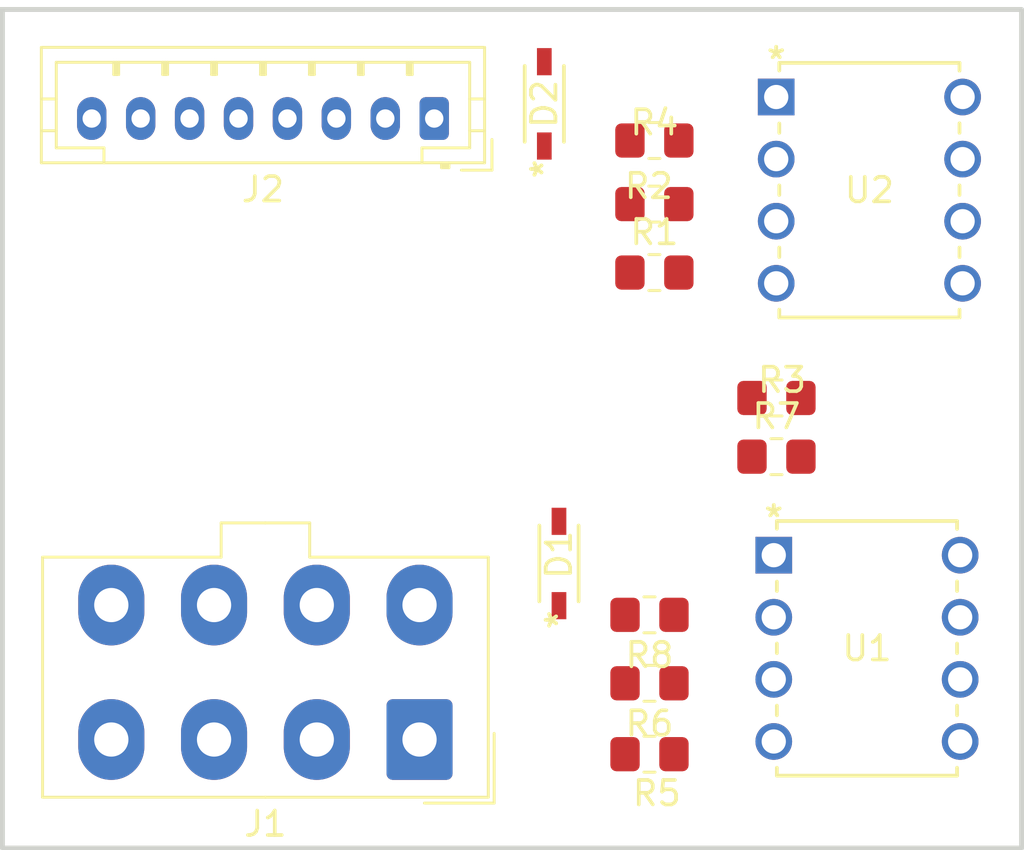
<source format=kicad_pcb>
(kicad_pcb (version 20221018) (generator pcbnew)
  (layers (0 "F.Cu" signal) (31 "B.Cu" signal) (34 "B.Paste" user) (35 "F.Paste" user) (36 "B.SilkS" user "B.Silkscreen") (37 "F.SilkS" user "F.Silkscreen") (38 "B.Mask" user) (39 "F.Mask" user) (44 "Edge.Cuts" user))
  (net 0 "")
  (net 1 "/RMB29_COSOUT")
  (net 3 "/RMB29_SINOUT")
  (net 5 "/RMB29_SIN")
  (net 6 "/RMB29_SIN_DCSCALED")
  (net 7 "GND")
  (net 8 "Net-(U2A--)")
  (net 9 "/RMB29_COS")
  (net 10 "Net-(U1A--)")
  (net 11 "+5V")
  (net 13 "/TEMP1")
  (net 14 "/TEMP2")
  (net 16 "/RMB29_COS_DCSCALED")
  (net 17 "/V+")
  (footprint "MMSZener (3.3V):SOD123_DIO" (layer "F.Cu") (at 116.4 76.9 90)
    (fp_text reference "D1" (at 0.356 0 90 unlocked) (layer "F.SilkS"))
    (fp_text value "D_Zener")
    (fp_text user "*" (at -2.3056 0 90 unlocked) (layer "F.SilkS"))
    (fp_text user "*" (at -2.3056 0 90) (layer "F.SilkS"))
    (fp_line (start -1.552 0.802) (end 1.552 0.802) (stroke (width 0.1524)) (layer "F.SilkS"))
    (fp_line (start 1.552 -0.802) (end -1.552 -0.802) (stroke (width 0.1524)) (layer "F.SilkS"))
    (pad "1" smd rect (at -1.725 0 90) (size 1.1112 0.6008) (layers "F.Cu" "F.Paste" "F.Mask") (net 1 "/RMB29_COSOUT"))
    (pad "2" smd rect (at 1.725 0 90) (size 1.1112 0.6008) (layers "F.Cu" "F.Paste" "F.Mask"))
  )
  (footprint "Resistor_SMD:R_0805_2012Metric_Pad1.20x1.40mm_HandSolder" (layer "F.Cu") (at 120.1 81.8 180)
    (fp_text reference "R6" (at 0 -1.65) (layer "F.SilkS"))
    (fp_text value "10K")
    (fp_line (start -0.227064 -0.735) (end 0.227064 -0.735) (stroke (width 0.12)) (layer "F.SilkS"))
    (fp_line (start -0.227064 0.735) (end 0.227064 0.735) (stroke (width 0.12)) (layer "F.SilkS"))
    (pad "1" smd roundrect (at -1 0 180) (size 1.2 1.4) (layers "F.Cu" "F.Paste" "F.Mask") (roundrect_rratio 0.208333) (net 16 "/RMB29_COS_DCSCALED"))
    (pad "2" smd roundrect (at 1 0 180) (size 1.2 1.4) (layers "F.Cu" "F.Paste" "F.Mask") (roundrect_rratio 0.208333) (net 7 "GND"))
  )
  (footprint "Resistor_SMD:R_0805_2012Metric_Pad1.20x1.40mm_HandSolder" (layer "F.Cu") (at 120.3 59.6 180)
    (fp_text reference "R4" (at 0 0.735) (layer "F.SilkS"))
    (fp_text value "5.1K")
    (fp_line (start -0.227064 -0.735) (end 0.227064 -0.735) (stroke (width 0.12)) (layer "F.SilkS"))
    (fp_line (start -0.227064 0.735) (end 0.227064 0.735) (stroke (width 0.12)) (layer "F.SilkS"))
    (pad "1" smd roundrect (at -1 0 180) (size 1.2 1.4) (layers "F.Cu" "F.Paste" "F.Mask") (roundrect_rratio 0.208333) (net 8 "Net-(U2A--)"))
    (pad "2" smd roundrect (at 1 0 180) (size 1.2 1.4) (layers "F.Cu" "F.Paste" "F.Mask") (roundrect_rratio 0.208333) (net 3 "/RMB29_SINOUT"))
  )
  (footprint "Resistor_SMD:R_0805_2012Metric_Pad1.20x1.40mm_HandSolder" (layer "F.Cu") (at 120.1 84.7)
    (fp_text reference "R5" (at 0.3 1.6) (layer "F.SilkS"))
    (fp_text value "1.1K")
    (fp_line (start -0.227064 -0.735) (end 0.227064 -0.735) (stroke (width 0.12)) (layer "F.SilkS"))
    (fp_line (start -0.227064 0.735) (end 0.227064 0.735) (stroke (width 0.12)) (layer "F.SilkS"))
    (pad "1" smd roundrect (at -1 0) (size 1.2 1.4) (layers "F.Cu" "F.Paste" "F.Mask") (roundrect_rratio 0.208333) (net 9 "/RMB29_COS"))
    (pad "2" smd roundrect (at 1 0) (size 1.2 1.4) (layers "F.Cu" "F.Paste" "F.Mask") (roundrect_rratio 0.208333) (net 16 "/RMB29_COS_DCSCALED"))
  )
  (footprint "MCP6002:PDIP8_300MC_MCH" (layer "F.Cu") (at 125.18 76.56)
    (fp_text reference "U1" (at 3.81 3.81 unlocked) (layer "F.SilkS"))
    (fp_text value "MCP602")
    (fp_text user "*" (at 0 -1.5113) (layer "F.SilkS"))
    (fp_text user "*" (at 0 -1.5113 unlocked) (layer "F.SilkS"))
    (fp_line (start 0.127 -1.397) (end 0.127 -1.08204) (stroke (width 0.1524)) (layer "F.SilkS"))
    (fp_line (start 0.127 1.08204) (end 0.127 1.465439) (stroke (width 0.1524)) (layer "F.SilkS"))
    (fp_line (start 0.127 3.614561) (end 0.127 4.005439) (stroke (width 0.1524)) (layer "F.SilkS"))
    (fp_line (start 0.127 6.154561) (end 0.127 6.545439) (stroke (width 0.1524)) (layer "F.SilkS"))
    (fp_line (start 0.127 8.694561) (end 0.127 9.017) (stroke (width 0.1524)) (layer "F.SilkS"))
    (fp_line (start 0.127 9.017) (end 7.493 9.017) (stroke (width 0.1524)) (layer "F.SilkS"))
    (fp_line (start 7.493 -1.397) (end 0.127 -1.397) (stroke (width 0.1524)) (layer "F.SilkS"))
    (fp_line (start 7.493 -1.074561) (end 7.493 -1.397) (stroke (width 0.1524)) (layer "F.SilkS"))
    (fp_line (start 7.493 1.465439) (end 7.493 1.074561) (stroke (width 0.1524)) (layer "F.SilkS"))
    (fp_line (start 7.493 4.005439) (end 7.493 3.614561) (stroke (width 0.1524)) (layer "F.SilkS"))
    (fp_line (start 7.493 6.545439) (end 7.493 6.154561) (stroke (width 0.1524)) (layer "F.SilkS"))
    (fp_line (start 7.493 9.017) (end 7.493 8.694561) (stroke (width 0.1524)) (layer "F.SilkS"))
    (pad "1" thru_hole rect (at 0 0) (size 1.4986 1.4986) (drill 0.9906) (layers "*.Cu" "*.Mask") (net 1 "/RMB29_COSOUT"))
    (pad "2" thru_hole circle (at 0 2.54) (size 1.4986 1.4986) (drill 0.9906) (layers "*.Cu" "*.Mask") (net 10 "Net-(U1A--)"))
    (pad "3" thru_hole circle (at 0 5.08) (size 1.4986 1.4986) (drill 0.9906) (layers "*.Cu" "*.Mask") (net 16 "/RMB29_COS_DCSCALED"))
    (pad "4" thru_hole circle (at 0 7.62) (size 1.4986 1.4986) (drill 0.9906) (layers "*.Cu" "*.Mask"))
    (pad "5" thru_hole circle (at 7.62 7.62) (size 1.4986 1.4986) (drill 0.9906) (layers "*.Cu" "*.Mask"))
    (pad "6" thru_hole circle (at 7.62 5.08) (size 1.4986 1.4986) (drill 0.9906) (layers "*.Cu" "*.Mask"))
    (pad "7" thru_hole circle (at 7.62 2.54) (size 1.4986 1.4986) (drill 0.9906) (layers "*.Cu" "*.Mask"))
    (pad "8" thru_hole circle (at 7.62 0) (size 1.4986 1.4986) (drill 0.9906) (layers "*.Cu" "*.Mask"))
  )
  (footprint "Connector_JST:JST_PH_B8B-PH-K_1x08_P2.00mm_Vertical" (layer "F.Cu") (at 111.3 58.7 180)
    (fp_text reference "J2" (at 7 -2.9) (layer "F.SilkS"))
    (fp_text value "CONN OUT")
    (fp_line (start -2.36 -2.11) (end -2.36 -0.86) (stroke (width 0.12)) (layer "F.SilkS"))
    (fp_line (start -2.06 -1.81) (end -2.06 2.91) (stroke (width 0.12)) (layer "F.SilkS"))
    (fp_line (start -2.06 -0.5) (end -1.45 -0.5) (stroke (width 0.12)) (layer "F.SilkS"))
    (fp_line (start -2.06 0.8) (end -1.45 0.8) (stroke (width 0.12)) (layer "F.SilkS"))
    (fp_line (start -2.06 2.91) (end 16.06 2.91) (stroke (width 0.12)) (layer "F.SilkS"))
    (fp_line (start -1.45 -1.2) (end -1.45 2.3) (stroke (width 0.12)) (layer "F.SilkS"))
    (fp_line (start -1.45 2.3) (end 15.45 2.3) (stroke (width 0.12)) (layer "F.SilkS"))
    (fp_line (start -1.11 -2.11) (end -2.36 -2.11) (stroke (width 0.12)) (layer "F.SilkS"))
    (fp_line (start -0.6 -2.01) (end -0.6 -1.81) (stroke (width 0.12)) (layer "F.SilkS"))
    (fp_line (start -0.3 -2.01) (end -0.6 -2.01) (stroke (width 0.12)) (layer "F.SilkS"))
    (fp_line (start -0.3 -1.91) (end -0.6 -1.91) (stroke (width 0.12)) (layer "F.SilkS"))
    (fp_line (start -0.3 -1.81) (end -0.3 -2.01) (stroke (width 0.12)) (layer "F.SilkS"))
    (fp_line (start 0.5 -1.81) (end 0.5 -1.2) (stroke (width 0.12)) (layer "F.SilkS"))
    (fp_line (start 0.5 -1.2) (end -1.45 -1.2) (stroke (width 0.12)) (layer "F.SilkS"))
    (fp_line (start 0.9 1.8) (end 1.1 1.8) (stroke (width 0.12)) (layer "F.SilkS"))
    (fp_line (start 0.9 2.3) (end 0.9 1.8) (stroke (width 0.12)) (layer "F.SilkS"))
    (fp_line (start 1 2.3) (end 1 1.8) (stroke (width 0.12)) (layer "F.SilkS"))
    (fp_line (start 1.1 1.8) (end 1.1 2.3) (stroke (width 0.12)) (layer "F.SilkS"))
    (fp_line (start 2.9 1.8) (end 3.1 1.8) (stroke (width 0.12)) (layer "F.SilkS"))
    (fp_line (start 2.9 2.3) (end 2.9 1.8) (stroke (width 0.12)) (layer "F.SilkS"))
    (fp_line (start 3 2.3) (end 3 1.8) (stroke (width 0.12)) (layer "F.SilkS"))
    (fp_line (start 3.1 1.8) (end 3.1 2.3) (stroke (width 0.12)) (layer "F.SilkS"))
    (fp_line (start 4.9 1.8) (end 5.1 1.8) (stroke (width 0.12)) (layer "F.SilkS"))
    (fp_line (start 4.9 2.3) (end 4.9 1.8) (stroke (width 0.12)) (layer "F.SilkS"))
    (fp_line (start 5 2.3) (end 5 1.8) (stroke (width 0.12)) (layer "F.SilkS"))
    (fp_line (start 5.1 1.8) (end 5.1 2.3) (stroke (width 0.12)) (layer "F.SilkS"))
    (fp_line (start 6.9 1.8) (end 7.1 1.8) (stroke (width 0.12)) (layer "F.SilkS"))
    (fp_line (start 6.9 2.3) (end 6.9 1.8) (stroke (width 0.12)) (layer "F.SilkS"))
    (fp_line (start 7 2.3) (end 7 1.8) (stroke (width 0.12)) (layer "F.SilkS"))
    (fp_line (start 7.1 1.8) (end 7.1 2.3) (stroke (width 0.12)) (layer "F.SilkS"))
    (fp_line (start 8.9 1.8) (end 9.1 1.8) (stroke (width 0.12)) (layer "F.SilkS"))
    (fp_line (start 8.9 2.3) (end 8.9 1.8) (stroke (width 0.12)) (layer "F.SilkS"))
    (fp_line (start 9 2.3) (end 9 1.8) (stroke (width 0.12)) (layer "F.SilkS"))
    (fp_line (start 9.1 1.8) (end 9.1 2.3) (stroke (width 0.12)) (layer "F.SilkS"))
    (fp_line (start 10.9 1.8) (end 11.1 1.8) (stroke (width 0.12)) (layer "F.SilkS"))
    (fp_line (start 10.9 2.3) (end 10.9 1.8) (stroke (width 0.12)) (layer "F.SilkS"))
    (fp_line (start 11 2.3) (end 11 1.8) (stroke (width 0.12)) (layer "F.SilkS"))
    (fp_line (start 11.1 1.8) (end 11.1 2.3) (stroke (width 0.12)) (layer "F.SilkS"))
    (fp_line (start 12.9 1.8) (end 13.1 1.8) (stroke (width 0.12)) (layer "F.SilkS"))
    (fp_line (start 12.9 2.3) (end 12.9 1.8) (stroke (width 0.12)) (layer "F.SilkS"))
    (fp_line (start 13 2.3) (end 13 1.8) (stroke (width 0.12)) (layer "F.SilkS"))
    (fp_line (start 13.1 1.8) (end 13.1 2.3) (stroke (width 0.12)) (layer "F.SilkS"))
    (fp_line (start 13.5 -1.2) (end 13.5 -1.81) (stroke (width 0.12)) (layer "F.SilkS"))
    (fp_line (start 15.45 -1.2) (end 13.5 -1.2) (stroke (width 0.12)) (layer "F.SilkS"))
    (fp_line (start 15.45 2.3) (end 15.45 -1.2) (stroke (width 0.12)) (layer "F.SilkS"))
    (fp_line (start 16.06 -1.81) (end -2.06 -1.81) (stroke (width 0.12)) (layer "F.SilkS"))
    (fp_line (start 16.06 -0.5) (end 15.45 -0.5) (stroke (width 0.12)) (layer "F.SilkS"))
    (fp_line (start 16.06 0.8) (end 15.45 0.8) (stroke (width 0.12)) (layer "F.SilkS"))
    (fp_line (start 16.06 2.91) (end 16.06 -1.81) (stroke (width 0.12)) (layer "F.SilkS"))
    (pad "1" thru_hole roundrect (at 0 0 180) (size 1.2 1.75) (drill 0.75) (layers "*.Cu" "*.Mask") (roundrect_rratio 0.208333) (net 3 "/RMB29_SINOUT"))
    (pad "2" thru_hole oval (at 2 0 180) (size 1.2 1.75) (drill 0.75) (layers "*.Cu" "*.Mask") (net 1 "/RMB29_COSOUT"))
    (pad "3" thru_hole oval (at 4 0 180) (size 1.2 1.75) (drill 0.75) (layers "*.Cu" "*.Mask") (net 7 "GND"))
    (pad "4" thru_hole oval (at 6 0 180) (size 1.2 1.75) (drill 0.75) (layers "*.Cu" "*.Mask"))
    (pad "5" thru_hole oval (at 8 0 180) (size 1.2 1.75) (drill 0.75) (layers "*.Cu" "*.Mask") (net 11 "+5V"))
    (pad "6" thru_hole oval (at 10 0 180) (size 1.2 1.75) (drill 0.75) (layers "*.Cu" "*.Mask") (net 7 "GND"))
    (pad "7" thru_hole oval (at 12 0 180) (size 1.2 1.75) (drill 0.75) (layers "*.Cu" "*.Mask") (net 13 "/TEMP1"))
    (pad "8" thru_hole oval (at 14 0 180) (size 1.2 1.75) (drill 0.75) (layers "*.Cu" "*.Mask") (net 14 "/TEMP2"))
  )
  (footprint "Resistor_SMD:R_0805_2012Metric_Pad1.20x1.40mm_HandSolder" (layer "F.Cu") (at 120.1 79 180)
    (fp_text reference "R8" (at 0 -1.65) (layer "F.SilkS"))
    (fp_text value "5.1K")
    (fp_line (start -0.227064 -0.735) (end 0.227064 -0.735) (stroke (width 0.12)) (layer "F.SilkS"))
    (fp_line (start -0.227064 0.735) (end 0.227064 0.735) (stroke (width 0.12)) (layer "F.SilkS"))
    (pad "1" smd roundrect (at -1 0 180) (size 1.2 1.4) (layers "F.Cu" "F.Paste" "F.Mask") (roundrect_rratio 0.208333) (net 10 "Net-(U1A--)"))
    (pad "2" smd roundrect (at 1 0 180) (size 1.2 1.4) (layers "F.Cu" "F.Paste" "F.Mask") (roundrect_rratio 0.208333) (net 1 "/RMB29_COSOUT"))
  )
  (footprint "Connector_Molex:Molex_Mini-Fit_Jr_5566-08A_2x04_P4.20mm_Vertical" (layer "F.Cu") (at 110.7 84.1 180)
    (fp_text reference "J1" (at 6.3 -3.45) (layer "F.SilkS"))
    (fp_text value "CONN IN")
    (fp_line (start -3.05 -2.6) (end -3.05 0.25) (stroke (width 0.12)) (layer "F.SilkS"))
    (fp_line (start -2.81 -2.36) (end -2.81 7.46) (stroke (width 0.12)) (layer "F.SilkS"))
    (fp_line (start -2.81 7.46) (end 4.49 7.46) (stroke (width 0.12)) (layer "F.SilkS"))
    (fp_line (start -0.2 -2.6) (end -3.05 -2.6) (stroke (width 0.12)) (layer "F.SilkS"))
    (fp_line (start 4.49 7.46) (end 4.49 8.86) (stroke (width 0.12)) (layer "F.SilkS"))
    (fp_line (start 4.49 8.86) (end 6.3 8.86) (stroke (width 0.12)) (layer "F.SilkS"))
    (fp_line (start 6.3 -2.36) (end -2.81 -2.36) (stroke (width 0.12)) (layer "F.SilkS"))
    (fp_line (start 6.3 -2.36) (end 15.41 -2.36) (stroke (width 0.12)) (layer "F.SilkS"))
    (fp_line (start 8.11 7.46) (end 8.11 8.86) (stroke (width 0.12)) (layer "F.SilkS"))
    (fp_line (start 8.11 8.86) (end 6.3 8.86) (stroke (width 0.12)) (layer "F.SilkS"))
    (fp_line (start 15.41 -2.36) (end 15.41 7.46) (stroke (width 0.12)) (layer "F.SilkS"))
    (fp_line (start 15.41 7.46) (end 8.11 7.46) (stroke (width 0.12)) (layer "F.SilkS"))
    (pad "1" thru_hole roundrect (at 0 0 180) (size 2.7 3.3) (drill 1.4) (layers "*.Cu" "*.Mask") (roundrect_rratio 0.092593) (net 5 "/RMB29_SIN"))
    (pad "2" thru_hole oval (at 4.2 0 180) (size 2.7 3.3) (drill 1.4) (layers "*.Cu" "*.Mask") (net 9 "/RMB29_COS"))
    (pad "3" thru_hole oval (at 8.4 0 180) (size 2.7 3.3) (drill 1.4) (layers "*.Cu" "*.Mask") (net 7 "GND"))
    (pad "4" thru_hole oval (at 12.6 0 180) (size 2.7 3.3) (drill 1.4) (layers "*.Cu" "*.Mask"))
    (pad "5" thru_hole oval (at 0 5.5 180) (size 2.7 3.3) (drill 1.4) (layers "*.Cu" "*.Mask") (net 11 "+5V"))
    (pad "6" thru_hole oval (at 4.2 5.5 180) (size 2.7 3.3) (drill 1.4) (layers "*.Cu" "*.Mask") (net 7 "GND"))
    (pad "7" thru_hole oval (at 8.4 5.5 180) (size 2.7 3.3) (drill 1.4) (layers "*.Cu" "*.Mask") (net 13 "/TEMP1"))
    (pad "8" thru_hole oval (at 12.6 5.5 180) (size 2.7 3.3) (drill 1.4) (layers "*.Cu" "*.Mask") (net 14 "/TEMP2"))
  )
  (footprint "Resistor_SMD:R_0805_2012Metric_Pad1.20x1.40mm_HandSolder" (layer "F.Cu") (at 120.3 65)
    (fp_text reference "R1" (at 0 -1.65) (layer "F.SilkS"))
    (fp_text value "1.1K")
    (fp_line (start -0.227064 -0.735) (end 0.227064 -0.735) (stroke (width 0.12)) (layer "F.SilkS"))
    (fp_line (start -0.227064 0.735) (end 0.227064 0.735) (stroke (width 0.12)) (layer "F.SilkS"))
    (pad "1" smd roundrect (at -1 0) (size 1.2 1.4) (layers "F.Cu" "F.Paste" "F.Mask") (roundrect_rratio 0.208333) (net 5 "/RMB29_SIN"))
    (pad "2" smd roundrect (at 1 0) (size 1.2 1.4) (layers "F.Cu" "F.Paste" "F.Mask") (roundrect_rratio 0.208333) (net 6 "/RMB29_SIN_DCSCALED"))
  )
  (footprint "Resistor_SMD:R_0805_2012Metric_Pad1.20x1.40mm_HandSolder" (layer "F.Cu") (at 120.3 62.2)
    (fp_text reference "R2" (at -0.227064 -0.735) (layer "F.SilkS"))
    (fp_text value "10K")
    (fp_line (start -0.227064 -0.735) (end 0.227064 -0.735) (stroke (width 0.12)) (layer "F.SilkS"))
    (fp_line (start -0.227064 0.735) (end 0.227064 0.735) (stroke (width 0.12)) (layer "F.SilkS"))
    (pad "1" smd roundrect (at -1 0) (size 1.2 1.4) (layers "F.Cu" "F.Paste" "F.Mask") (roundrect_rratio 0.208333) (net 6 "/RMB29_SIN_DCSCALED"))
    (pad "2" smd roundrect (at 1 0) (size 1.2 1.4) (layers "F.Cu" "F.Paste" "F.Mask") (roundrect_rratio 0.208333) (net 7 "GND"))
  )
  (footprint "MCP6002:PDIP8_300MC_MCH" (layer "F.Cu") (at 125.28 57.82)
    (fp_text reference "U2" (at 3.81 3.81 unlocked) (layer "F.SilkS"))
    (fp_text value "MCP602")
    (fp_text user "*" (at 0 -1.5113) (layer "F.SilkS"))
    (fp_text user "*" (at 0 -1.5113 unlocked) (layer "F.SilkS"))
    (fp_line (start 0.127 -1.397) (end 0.127 -1.08204) (stroke (width 0.1524)) (layer "F.SilkS"))
    (fp_line (start 0.127 1.08204) (end 0.127 1.465439) (stroke (width 0.1524)) (layer "F.SilkS"))
    (fp_line (start 0.127 3.614561) (end 0.127 4.005439) (stroke (width 0.1524)) (layer "F.SilkS"))
    (fp_line (start 0.127 6.154561) (end 0.127 6.545439) (stroke (width 0.1524)) (layer "F.SilkS"))
    (fp_line (start 0.127 8.694561) (end 0.127 9.017) (stroke (width 0.1524)) (layer "F.SilkS"))
    (fp_line (start 0.127 9.017) (end 7.493 9.017) (stroke (width 0.1524)) (layer "F.SilkS"))
    (fp_line (start 7.493 -1.397) (end 0.127 -1.397) (stroke (width 0.1524)) (layer "F.SilkS"))
    (fp_line (start 7.493 -1.074561) (end 7.493 -1.397) (stroke (width 0.1524)) (layer "F.SilkS"))
    (fp_line (start 7.493 1.465439) (end 7.493 1.074561) (stroke (width 0.1524)) (layer "F.SilkS"))
    (fp_line (start 7.493 4.005439) (end 7.493 3.614561) (stroke (width 0.1524)) (layer "F.SilkS"))
    (fp_line (start 7.493 6.545439) (end 7.493 6.154561) (stroke (width 0.1524)) (layer "F.SilkS"))
    (fp_line (start 7.493 9.017) (end 7.493 8.694561) (stroke (width 0.1524)) (layer "F.SilkS"))
    (pad "1" thru_hole rect (at 0 0) (size 1.4986 1.4986) (drill 0.9906) (layers "*.Cu" "*.Mask") (net 3 "/RMB29_SINOUT"))
    (pad "2" thru_hole circle (at 0 2.54) (size 1.4986 1.4986) (drill 0.9906) (layers "*.Cu" "*.Mask") (net 8 "Net-(U2A--)"))
    (pad "3" thru_hole circle (at 0 5.08) (size 1.4986 1.4986) (drill 0.9906) (layers "*.Cu" "*.Mask") (net 6 "/RMB29_SIN_DCSCALED"))
    (pad "4" thru_hole circle (at 0 7.62) (size 1.4986 1.4986) (drill 0.9906) (layers "*.Cu" "*.Mask") (net 7 "GND"))
    (pad "5" thru_hole circle (at 7.62 7.62) (size 1.4986 1.4986) (drill 0.9906) (layers "*.Cu" "*.Mask"))
    (pad "6" thru_hole circle (at 7.62 5.08) (size 1.4986 1.4986) (drill 0.9906) (layers "*.Cu" "*.Mask"))
    (pad "7" thru_hole circle (at 7.62 2.54) (size 1.4986 1.4986) (drill 0.9906) (layers "*.Cu" "*.Mask"))
    (pad "8" thru_hole circle (at 7.62 0) (size 1.4986 1.4986) (drill 0.9906) (layers "*.Cu" "*.Mask") (net 11 "+5V"))
  )
  (footprint "Resistor_SMD:R_0805_2012Metric_Pad1.20x1.40mm_HandSolder" (layer "F.Cu") (at 125.29 70.13)
    (fp_text reference "R3" (at 0.227064 -0.735) (layer "F.SilkS"))
    (fp_text value "10K")
    (fp_line (start -0.227064 -0.735) (end 0.227064 -0.735) (stroke (width 0.12)) (layer "F.SilkS"))
    (fp_line (start -0.227064 0.735) (end 0.227064 0.735) (stroke (width 0.12)) (layer "F.SilkS"))
    (pad "1" smd roundrect (at -1 0) (size 1.2 1.4) (layers "F.Cu" "F.Paste" "F.Mask") (roundrect_rratio 0.208333) (net 17 "/V+"))
    (pad "2" smd roundrect (at 1 0) (size 1.2 1.4) (layers "F.Cu" "F.Paste" "F.Mask") (roundrect_rratio 0.208333) (net 8 "Net-(U2A--)"))
  )
  (footprint "Resistor_SMD:R_0805_2012Metric_Pad1.20x1.40mm_HandSolder" (layer "F.Cu") (at 125.29 72.53)
    (fp_text reference "R7" (at 0 -1.65) (layer "F.SilkS"))
    (fp_text value "10K")
    (fp_line (start -0.227064 -0.735) (end 0.227064 -0.735) (stroke (width 0.12)) (layer "F.SilkS"))
    (fp_line (start -0.227064 0.735) (end 0.227064 0.735) (stroke (width 0.12)) (layer "F.SilkS"))
    (pad "1" smd roundrect (at -1 0) (size 1.2 1.4) (layers "F.Cu" "F.Paste" "F.Mask") (roundrect_rratio 0.208333) (net 17 "/V+"))
    (pad "2" smd roundrect (at 1 0) (size 1.2 1.4) (layers "F.Cu" "F.Paste" "F.Mask") (roundrect_rratio 0.208333) (net 10 "Net-(U1A--)"))
  )
  (footprint "MMSZener (3.3V):SOD123_DIO" (layer "F.Cu") (at 115.8 58.1 90)
    (fp_text reference "D2" (at 0 0 90 unlocked) (layer "F.SilkS"))
    (fp_text value "D_Zener")
    (fp_text user "*" (at -2.6616 0 90) (layer "F.SilkS"))
    (fp_text user "*" (at -2.6616 0 90 unlocked) (layer "F.SilkS"))
    (fp_line (start -1.552 0.802) (end 1.552 0.802) (stroke (width 0.1524)) (layer "F.SilkS"))
    (fp_line (start 1.552 -0.802) (end -1.552 -0.802) (stroke (width 0.1524)) (layer "F.SilkS"))
    (pad "1" smd rect (at -1.725 0 90) (size 1.1112 0.6008) (layers "F.Cu" "F.Paste" "F.Mask") (net 3 "/RMB29_SINOUT"))
    (pad "2" smd rect (at 1.725 0 90) (size 1.1112 0.6008) (layers "F.Cu" "F.Paste" "F.Mask"))
  )
  (gr_rect (start 93.65 54.24) (end 135.31 88.54) (stroke (width 0.2)) (fill none) (layer "Edge.Cuts"))
)
</source>
